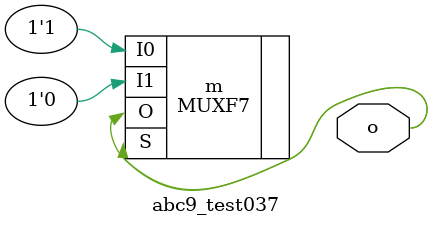
<source format=v>
/* Generated by Yosys 0.62+39 (git sha1 131911291-dirty, g++ 11.4.0-1ubuntu1~22.04.2 -Og -fPIC) */

(* top =  1  *)
(* src = "dut.sv:326.1-328.10" *)
module abc9_test037(o);
  (* src = "dut.sv:326.28-326.29" *)
  output o;
  wire o;
  (* module_not_derived = 32'd1 *)
  (* src = "dut.sv:327.7-327.44" *)
  MUXF7 m (
    .I0(1'h1),
    .I1(1'h0),
    .O(o),
    .S(o)
  );
endmodule

</source>
